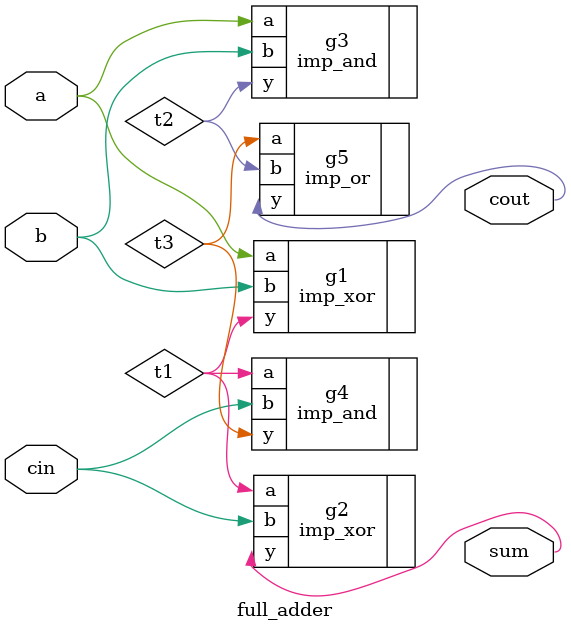
<source format=v>
module full_adder(a,b,cin,sum,cout);

input a,b,cin;
output sum,cout;

wire t1,t2,t3;

imp_xor g1(.a(a),.b(b),.y(t1));
imp_xor g2(.a(t1),.b(cin),.y(sum));

imp_and g3(.a(a),.b(b),.y(t2));
imp_and g4(.a(t1),.b(cin),.y(t3));

imp_or g5(.a(t3),.b(t2),.y(cout));

endmodule

</source>
